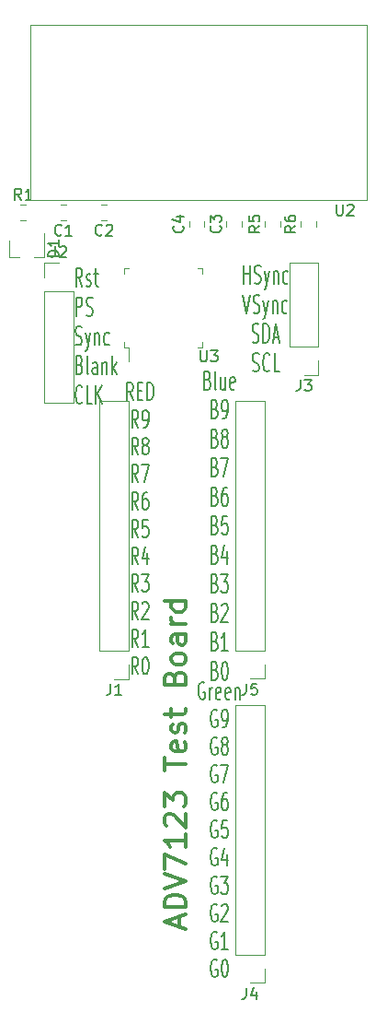
<source format=gbr>
G04 #@! TF.GenerationSoftware,KiCad,Pcbnew,5.1.5*
G04 #@! TF.CreationDate,2020-03-26T20:54:49-05:00*
G04 #@! TF.ProjectId,ADV7123,41445637-3132-4332-9e6b-696361645f70,rev?*
G04 #@! TF.SameCoordinates,Original*
G04 #@! TF.FileFunction,Legend,Top*
G04 #@! TF.FilePolarity,Positive*
%FSLAX46Y46*%
G04 Gerber Fmt 4.6, Leading zero omitted, Abs format (unit mm)*
G04 Created by KiCad (PCBNEW 5.1.5) date 2020-03-26 20:54:49*
%MOMM*%
%LPD*%
G04 APERTURE LIST*
%ADD10C,0.300000*%
%ADD11C,0.150000*%
%ADD12C,0.120000*%
G04 APERTURE END LIST*
D10*
X142133333Y-123000000D02*
X142133333Y-122047619D01*
X142704761Y-123190476D02*
X140704761Y-122523809D01*
X142704761Y-121857142D01*
X142704761Y-121190476D02*
X140704761Y-121190476D01*
X140704761Y-120714285D01*
X140800000Y-120428571D01*
X140990476Y-120238095D01*
X141180952Y-120142857D01*
X141561904Y-120047619D01*
X141847619Y-120047619D01*
X142228571Y-120142857D01*
X142419047Y-120238095D01*
X142609523Y-120428571D01*
X142704761Y-120714285D01*
X142704761Y-121190476D01*
X140704761Y-119476190D02*
X142704761Y-118809523D01*
X140704761Y-118142857D01*
X140704761Y-117666666D02*
X140704761Y-116333333D01*
X142704761Y-117190476D01*
X142704761Y-114523809D02*
X142704761Y-115666666D01*
X142704761Y-115095238D02*
X140704761Y-115095238D01*
X140990476Y-115285714D01*
X141180952Y-115476190D01*
X141276190Y-115666666D01*
X140895238Y-113761904D02*
X140800000Y-113666666D01*
X140704761Y-113476190D01*
X140704761Y-113000000D01*
X140800000Y-112809523D01*
X140895238Y-112714285D01*
X141085714Y-112619047D01*
X141276190Y-112619047D01*
X141561904Y-112714285D01*
X142704761Y-113857142D01*
X142704761Y-112619047D01*
X140704761Y-111952380D02*
X140704761Y-110714285D01*
X141466666Y-111380952D01*
X141466666Y-111095238D01*
X141561904Y-110904761D01*
X141657142Y-110809523D01*
X141847619Y-110714285D01*
X142323809Y-110714285D01*
X142514285Y-110809523D01*
X142609523Y-110904761D01*
X142704761Y-111095238D01*
X142704761Y-111666666D01*
X142609523Y-111857142D01*
X142514285Y-111952380D01*
X140704761Y-108619047D02*
X140704761Y-107476190D01*
X142704761Y-108047619D02*
X140704761Y-108047619D01*
X142609523Y-106047619D02*
X142704761Y-106238095D01*
X142704761Y-106619047D01*
X142609523Y-106809523D01*
X142419047Y-106904761D01*
X141657142Y-106904761D01*
X141466666Y-106809523D01*
X141371428Y-106619047D01*
X141371428Y-106238095D01*
X141466666Y-106047619D01*
X141657142Y-105952380D01*
X141847619Y-105952380D01*
X142038095Y-106904761D01*
X142609523Y-105190476D02*
X142704761Y-105000000D01*
X142704761Y-104619047D01*
X142609523Y-104428571D01*
X142419047Y-104333333D01*
X142323809Y-104333333D01*
X142133333Y-104428571D01*
X142038095Y-104619047D01*
X142038095Y-104904761D01*
X141942857Y-105095238D01*
X141752380Y-105190476D01*
X141657142Y-105190476D01*
X141466666Y-105095238D01*
X141371428Y-104904761D01*
X141371428Y-104619047D01*
X141466666Y-104428571D01*
X141371428Y-103761904D02*
X141371428Y-103000000D01*
X140704761Y-103476190D02*
X142419047Y-103476190D01*
X142609523Y-103380952D01*
X142704761Y-103190476D01*
X142704761Y-103000000D01*
X141657142Y-100142857D02*
X141752380Y-99857142D01*
X141847619Y-99761904D01*
X142038095Y-99666666D01*
X142323809Y-99666666D01*
X142514285Y-99761904D01*
X142609523Y-99857142D01*
X142704761Y-100047619D01*
X142704761Y-100809523D01*
X140704761Y-100809523D01*
X140704761Y-100142857D01*
X140800000Y-99952380D01*
X140895238Y-99857142D01*
X141085714Y-99761904D01*
X141276190Y-99761904D01*
X141466666Y-99857142D01*
X141561904Y-99952380D01*
X141657142Y-100142857D01*
X141657142Y-100809523D01*
X142704761Y-98523809D02*
X142609523Y-98714285D01*
X142514285Y-98809523D01*
X142323809Y-98904761D01*
X141752380Y-98904761D01*
X141561904Y-98809523D01*
X141466666Y-98714285D01*
X141371428Y-98523809D01*
X141371428Y-98238095D01*
X141466666Y-98047619D01*
X141561904Y-97952380D01*
X141752380Y-97857142D01*
X142323809Y-97857142D01*
X142514285Y-97952380D01*
X142609523Y-98047619D01*
X142704761Y-98238095D01*
X142704761Y-98523809D01*
X142704761Y-96142857D02*
X141657142Y-96142857D01*
X141466666Y-96238095D01*
X141371428Y-96428571D01*
X141371428Y-96809523D01*
X141466666Y-97000000D01*
X142609523Y-96142857D02*
X142704761Y-96333333D01*
X142704761Y-96809523D01*
X142609523Y-97000000D01*
X142419047Y-97095238D01*
X142228571Y-97095238D01*
X142038095Y-97000000D01*
X141942857Y-96809523D01*
X141942857Y-96333333D01*
X141847619Y-96142857D01*
X142704761Y-95190476D02*
X141371428Y-95190476D01*
X141752380Y-95190476D02*
X141561904Y-95095238D01*
X141466666Y-95000000D01*
X141371428Y-94809523D01*
X141371428Y-94619047D01*
X142704761Y-93095238D02*
X140704761Y-93095238D01*
X142609523Y-93095238D02*
X142704761Y-93285714D01*
X142704761Y-93666666D01*
X142609523Y-93857142D01*
X142514285Y-93952380D01*
X142323809Y-94047619D01*
X141752380Y-94047619D01*
X141561904Y-93952380D01*
X141466666Y-93857142D01*
X141371428Y-93666666D01*
X141371428Y-93285714D01*
X141466666Y-93095238D01*
D11*
X144417857Y-100575000D02*
X144322619Y-100498809D01*
X144179761Y-100498809D01*
X144036904Y-100575000D01*
X143941666Y-100727380D01*
X143894047Y-100879761D01*
X143846428Y-101184523D01*
X143846428Y-101413095D01*
X143894047Y-101717857D01*
X143941666Y-101870238D01*
X144036904Y-102022619D01*
X144179761Y-102098809D01*
X144275000Y-102098809D01*
X144417857Y-102022619D01*
X144465476Y-101946428D01*
X144465476Y-101413095D01*
X144275000Y-101413095D01*
X144894047Y-102098809D02*
X144894047Y-101032142D01*
X144894047Y-101336904D02*
X144941666Y-101184523D01*
X144989285Y-101108333D01*
X145084523Y-101032142D01*
X145179761Y-101032142D01*
X145894047Y-102022619D02*
X145798809Y-102098809D01*
X145608333Y-102098809D01*
X145513095Y-102022619D01*
X145465476Y-101870238D01*
X145465476Y-101260714D01*
X145513095Y-101108333D01*
X145608333Y-101032142D01*
X145798809Y-101032142D01*
X145894047Y-101108333D01*
X145941666Y-101260714D01*
X145941666Y-101413095D01*
X145465476Y-101565476D01*
X146751190Y-102022619D02*
X146655952Y-102098809D01*
X146465476Y-102098809D01*
X146370238Y-102022619D01*
X146322619Y-101870238D01*
X146322619Y-101260714D01*
X146370238Y-101108333D01*
X146465476Y-101032142D01*
X146655952Y-101032142D01*
X146751190Y-101108333D01*
X146798809Y-101260714D01*
X146798809Y-101413095D01*
X146322619Y-101565476D01*
X147227380Y-101032142D02*
X147227380Y-102098809D01*
X147227380Y-101184523D02*
X147275000Y-101108333D01*
X147370238Y-101032142D01*
X147513095Y-101032142D01*
X147608333Y-101108333D01*
X147655952Y-101260714D01*
X147655952Y-102098809D01*
X145560714Y-103125000D02*
X145465476Y-103048809D01*
X145322619Y-103048809D01*
X145179761Y-103125000D01*
X145084523Y-103277380D01*
X145036904Y-103429761D01*
X144989285Y-103734523D01*
X144989285Y-103963095D01*
X145036904Y-104267857D01*
X145084523Y-104420238D01*
X145179761Y-104572619D01*
X145322619Y-104648809D01*
X145417857Y-104648809D01*
X145560714Y-104572619D01*
X145608333Y-104496428D01*
X145608333Y-103963095D01*
X145417857Y-103963095D01*
X146084523Y-104648809D02*
X146275000Y-104648809D01*
X146370238Y-104572619D01*
X146417857Y-104496428D01*
X146513095Y-104267857D01*
X146560714Y-103963095D01*
X146560714Y-103353571D01*
X146513095Y-103201190D01*
X146465476Y-103125000D01*
X146370238Y-103048809D01*
X146179761Y-103048809D01*
X146084523Y-103125000D01*
X146036904Y-103201190D01*
X145989285Y-103353571D01*
X145989285Y-103734523D01*
X146036904Y-103886904D01*
X146084523Y-103963095D01*
X146179761Y-104039285D01*
X146370238Y-104039285D01*
X146465476Y-103963095D01*
X146513095Y-103886904D01*
X146560714Y-103734523D01*
X145560714Y-105675000D02*
X145465476Y-105598809D01*
X145322619Y-105598809D01*
X145179761Y-105675000D01*
X145084523Y-105827380D01*
X145036904Y-105979761D01*
X144989285Y-106284523D01*
X144989285Y-106513095D01*
X145036904Y-106817857D01*
X145084523Y-106970238D01*
X145179761Y-107122619D01*
X145322619Y-107198809D01*
X145417857Y-107198809D01*
X145560714Y-107122619D01*
X145608333Y-107046428D01*
X145608333Y-106513095D01*
X145417857Y-106513095D01*
X146179761Y-106284523D02*
X146084523Y-106208333D01*
X146036904Y-106132142D01*
X145989285Y-105979761D01*
X145989285Y-105903571D01*
X146036904Y-105751190D01*
X146084523Y-105675000D01*
X146179761Y-105598809D01*
X146370238Y-105598809D01*
X146465476Y-105675000D01*
X146513095Y-105751190D01*
X146560714Y-105903571D01*
X146560714Y-105979761D01*
X146513095Y-106132142D01*
X146465476Y-106208333D01*
X146370238Y-106284523D01*
X146179761Y-106284523D01*
X146084523Y-106360714D01*
X146036904Y-106436904D01*
X145989285Y-106589285D01*
X145989285Y-106894047D01*
X146036904Y-107046428D01*
X146084523Y-107122619D01*
X146179761Y-107198809D01*
X146370238Y-107198809D01*
X146465476Y-107122619D01*
X146513095Y-107046428D01*
X146560714Y-106894047D01*
X146560714Y-106589285D01*
X146513095Y-106436904D01*
X146465476Y-106360714D01*
X146370238Y-106284523D01*
X145560714Y-108225000D02*
X145465476Y-108148809D01*
X145322619Y-108148809D01*
X145179761Y-108225000D01*
X145084523Y-108377380D01*
X145036904Y-108529761D01*
X144989285Y-108834523D01*
X144989285Y-109063095D01*
X145036904Y-109367857D01*
X145084523Y-109520238D01*
X145179761Y-109672619D01*
X145322619Y-109748809D01*
X145417857Y-109748809D01*
X145560714Y-109672619D01*
X145608333Y-109596428D01*
X145608333Y-109063095D01*
X145417857Y-109063095D01*
X145941666Y-108148809D02*
X146608333Y-108148809D01*
X146179761Y-109748809D01*
X145560714Y-110775000D02*
X145465476Y-110698809D01*
X145322619Y-110698809D01*
X145179761Y-110775000D01*
X145084523Y-110927380D01*
X145036904Y-111079761D01*
X144989285Y-111384523D01*
X144989285Y-111613095D01*
X145036904Y-111917857D01*
X145084523Y-112070238D01*
X145179761Y-112222619D01*
X145322619Y-112298809D01*
X145417857Y-112298809D01*
X145560714Y-112222619D01*
X145608333Y-112146428D01*
X145608333Y-111613095D01*
X145417857Y-111613095D01*
X146465476Y-110698809D02*
X146275000Y-110698809D01*
X146179761Y-110775000D01*
X146132142Y-110851190D01*
X146036904Y-111079761D01*
X145989285Y-111384523D01*
X145989285Y-111994047D01*
X146036904Y-112146428D01*
X146084523Y-112222619D01*
X146179761Y-112298809D01*
X146370238Y-112298809D01*
X146465476Y-112222619D01*
X146513095Y-112146428D01*
X146560714Y-111994047D01*
X146560714Y-111613095D01*
X146513095Y-111460714D01*
X146465476Y-111384523D01*
X146370238Y-111308333D01*
X146179761Y-111308333D01*
X146084523Y-111384523D01*
X146036904Y-111460714D01*
X145989285Y-111613095D01*
X145560714Y-113325000D02*
X145465476Y-113248809D01*
X145322619Y-113248809D01*
X145179761Y-113325000D01*
X145084523Y-113477380D01*
X145036904Y-113629761D01*
X144989285Y-113934523D01*
X144989285Y-114163095D01*
X145036904Y-114467857D01*
X145084523Y-114620238D01*
X145179761Y-114772619D01*
X145322619Y-114848809D01*
X145417857Y-114848809D01*
X145560714Y-114772619D01*
X145608333Y-114696428D01*
X145608333Y-114163095D01*
X145417857Y-114163095D01*
X146513095Y-113248809D02*
X146036904Y-113248809D01*
X145989285Y-114010714D01*
X146036904Y-113934523D01*
X146132142Y-113858333D01*
X146370238Y-113858333D01*
X146465476Y-113934523D01*
X146513095Y-114010714D01*
X146560714Y-114163095D01*
X146560714Y-114544047D01*
X146513095Y-114696428D01*
X146465476Y-114772619D01*
X146370238Y-114848809D01*
X146132142Y-114848809D01*
X146036904Y-114772619D01*
X145989285Y-114696428D01*
X145560714Y-115875000D02*
X145465476Y-115798809D01*
X145322619Y-115798809D01*
X145179761Y-115875000D01*
X145084523Y-116027380D01*
X145036904Y-116179761D01*
X144989285Y-116484523D01*
X144989285Y-116713095D01*
X145036904Y-117017857D01*
X145084523Y-117170238D01*
X145179761Y-117322619D01*
X145322619Y-117398809D01*
X145417857Y-117398809D01*
X145560714Y-117322619D01*
X145608333Y-117246428D01*
X145608333Y-116713095D01*
X145417857Y-116713095D01*
X146465476Y-116332142D02*
X146465476Y-117398809D01*
X146227380Y-115722619D02*
X145989285Y-116865476D01*
X146608333Y-116865476D01*
X145560714Y-118425000D02*
X145465476Y-118348809D01*
X145322619Y-118348809D01*
X145179761Y-118425000D01*
X145084523Y-118577380D01*
X145036904Y-118729761D01*
X144989285Y-119034523D01*
X144989285Y-119263095D01*
X145036904Y-119567857D01*
X145084523Y-119720238D01*
X145179761Y-119872619D01*
X145322619Y-119948809D01*
X145417857Y-119948809D01*
X145560714Y-119872619D01*
X145608333Y-119796428D01*
X145608333Y-119263095D01*
X145417857Y-119263095D01*
X145941666Y-118348809D02*
X146560714Y-118348809D01*
X146227380Y-118958333D01*
X146370238Y-118958333D01*
X146465476Y-119034523D01*
X146513095Y-119110714D01*
X146560714Y-119263095D01*
X146560714Y-119644047D01*
X146513095Y-119796428D01*
X146465476Y-119872619D01*
X146370238Y-119948809D01*
X146084523Y-119948809D01*
X145989285Y-119872619D01*
X145941666Y-119796428D01*
X145560714Y-120975000D02*
X145465476Y-120898809D01*
X145322619Y-120898809D01*
X145179761Y-120975000D01*
X145084523Y-121127380D01*
X145036904Y-121279761D01*
X144989285Y-121584523D01*
X144989285Y-121813095D01*
X145036904Y-122117857D01*
X145084523Y-122270238D01*
X145179761Y-122422619D01*
X145322619Y-122498809D01*
X145417857Y-122498809D01*
X145560714Y-122422619D01*
X145608333Y-122346428D01*
X145608333Y-121813095D01*
X145417857Y-121813095D01*
X145989285Y-121051190D02*
X146036904Y-120975000D01*
X146132142Y-120898809D01*
X146370238Y-120898809D01*
X146465476Y-120975000D01*
X146513095Y-121051190D01*
X146560714Y-121203571D01*
X146560714Y-121355952D01*
X146513095Y-121584523D01*
X145941666Y-122498809D01*
X146560714Y-122498809D01*
X145560714Y-123525000D02*
X145465476Y-123448809D01*
X145322619Y-123448809D01*
X145179761Y-123525000D01*
X145084523Y-123677380D01*
X145036904Y-123829761D01*
X144989285Y-124134523D01*
X144989285Y-124363095D01*
X145036904Y-124667857D01*
X145084523Y-124820238D01*
X145179761Y-124972619D01*
X145322619Y-125048809D01*
X145417857Y-125048809D01*
X145560714Y-124972619D01*
X145608333Y-124896428D01*
X145608333Y-124363095D01*
X145417857Y-124363095D01*
X146560714Y-125048809D02*
X145989285Y-125048809D01*
X146275000Y-125048809D02*
X146275000Y-123448809D01*
X146179761Y-123677380D01*
X146084523Y-123829761D01*
X145989285Y-123905952D01*
X145560714Y-126075000D02*
X145465476Y-125998809D01*
X145322619Y-125998809D01*
X145179761Y-126075000D01*
X145084523Y-126227380D01*
X145036904Y-126379761D01*
X144989285Y-126684523D01*
X144989285Y-126913095D01*
X145036904Y-127217857D01*
X145084523Y-127370238D01*
X145179761Y-127522619D01*
X145322619Y-127598809D01*
X145417857Y-127598809D01*
X145560714Y-127522619D01*
X145608333Y-127446428D01*
X145608333Y-126913095D01*
X145417857Y-126913095D01*
X146227380Y-125998809D02*
X146322619Y-125998809D01*
X146417857Y-126075000D01*
X146465476Y-126151190D01*
X146513095Y-126303571D01*
X146560714Y-126608333D01*
X146560714Y-126989285D01*
X146513095Y-127294047D01*
X146465476Y-127446428D01*
X146417857Y-127522619D01*
X146322619Y-127598809D01*
X146227380Y-127598809D01*
X146132142Y-127522619D01*
X146084523Y-127446428D01*
X146036904Y-127294047D01*
X145989285Y-126989285D01*
X145989285Y-126608333D01*
X146036904Y-126303571D01*
X146084523Y-126151190D01*
X146132142Y-126075000D01*
X146227380Y-125998809D01*
X144703571Y-72755000D02*
X144846428Y-72835000D01*
X144894047Y-72915000D01*
X144941666Y-73075000D01*
X144941666Y-73315000D01*
X144894047Y-73475000D01*
X144846428Y-73555000D01*
X144751190Y-73635000D01*
X144370238Y-73635000D01*
X144370238Y-71955000D01*
X144703571Y-71955000D01*
X144798809Y-72035000D01*
X144846428Y-72115000D01*
X144894047Y-72275000D01*
X144894047Y-72435000D01*
X144846428Y-72595000D01*
X144798809Y-72675000D01*
X144703571Y-72755000D01*
X144370238Y-72755000D01*
X145513095Y-73635000D02*
X145417857Y-73555000D01*
X145370238Y-73395000D01*
X145370238Y-71955000D01*
X146322619Y-72515000D02*
X146322619Y-73635000D01*
X145894047Y-72515000D02*
X145894047Y-73395000D01*
X145941666Y-73555000D01*
X146036904Y-73635000D01*
X146179761Y-73635000D01*
X146275000Y-73555000D01*
X146322619Y-73475000D01*
X147179761Y-73555000D02*
X147084523Y-73635000D01*
X146894047Y-73635000D01*
X146798809Y-73555000D01*
X146751190Y-73395000D01*
X146751190Y-72755000D01*
X146798809Y-72595000D01*
X146894047Y-72515000D01*
X147084523Y-72515000D01*
X147179761Y-72595000D01*
X147227380Y-72755000D01*
X147227380Y-72915000D01*
X146751190Y-73075000D01*
X145370238Y-75425000D02*
X145513095Y-75505000D01*
X145560714Y-75585000D01*
X145608333Y-75745000D01*
X145608333Y-75985000D01*
X145560714Y-76145000D01*
X145513095Y-76225000D01*
X145417857Y-76305000D01*
X145036904Y-76305000D01*
X145036904Y-74625000D01*
X145370238Y-74625000D01*
X145465476Y-74705000D01*
X145513095Y-74785000D01*
X145560714Y-74945000D01*
X145560714Y-75105000D01*
X145513095Y-75265000D01*
X145465476Y-75345000D01*
X145370238Y-75425000D01*
X145036904Y-75425000D01*
X146084523Y-76305000D02*
X146275000Y-76305000D01*
X146370238Y-76225000D01*
X146417857Y-76145000D01*
X146513095Y-75905000D01*
X146560714Y-75585000D01*
X146560714Y-74945000D01*
X146513095Y-74785000D01*
X146465476Y-74705000D01*
X146370238Y-74625000D01*
X146179761Y-74625000D01*
X146084523Y-74705000D01*
X146036904Y-74785000D01*
X145989285Y-74945000D01*
X145989285Y-75345000D01*
X146036904Y-75505000D01*
X146084523Y-75585000D01*
X146179761Y-75665000D01*
X146370238Y-75665000D01*
X146465476Y-75585000D01*
X146513095Y-75505000D01*
X146560714Y-75345000D01*
X145370238Y-78095000D02*
X145513095Y-78175000D01*
X145560714Y-78255000D01*
X145608333Y-78415000D01*
X145608333Y-78655000D01*
X145560714Y-78815000D01*
X145513095Y-78895000D01*
X145417857Y-78975000D01*
X145036904Y-78975000D01*
X145036904Y-77295000D01*
X145370238Y-77295000D01*
X145465476Y-77375000D01*
X145513095Y-77455000D01*
X145560714Y-77615000D01*
X145560714Y-77775000D01*
X145513095Y-77935000D01*
X145465476Y-78015000D01*
X145370238Y-78095000D01*
X145036904Y-78095000D01*
X146179761Y-78015000D02*
X146084523Y-77935000D01*
X146036904Y-77855000D01*
X145989285Y-77695000D01*
X145989285Y-77615000D01*
X146036904Y-77455000D01*
X146084523Y-77375000D01*
X146179761Y-77295000D01*
X146370238Y-77295000D01*
X146465476Y-77375000D01*
X146513095Y-77455000D01*
X146560714Y-77615000D01*
X146560714Y-77695000D01*
X146513095Y-77855000D01*
X146465476Y-77935000D01*
X146370238Y-78015000D01*
X146179761Y-78015000D01*
X146084523Y-78095000D01*
X146036904Y-78175000D01*
X145989285Y-78335000D01*
X145989285Y-78655000D01*
X146036904Y-78815000D01*
X146084523Y-78895000D01*
X146179761Y-78975000D01*
X146370238Y-78975000D01*
X146465476Y-78895000D01*
X146513095Y-78815000D01*
X146560714Y-78655000D01*
X146560714Y-78335000D01*
X146513095Y-78175000D01*
X146465476Y-78095000D01*
X146370238Y-78015000D01*
X145370238Y-80765000D02*
X145513095Y-80845000D01*
X145560714Y-80925000D01*
X145608333Y-81085000D01*
X145608333Y-81325000D01*
X145560714Y-81485000D01*
X145513095Y-81565000D01*
X145417857Y-81645000D01*
X145036904Y-81645000D01*
X145036904Y-79965000D01*
X145370238Y-79965000D01*
X145465476Y-80045000D01*
X145513095Y-80125000D01*
X145560714Y-80285000D01*
X145560714Y-80445000D01*
X145513095Y-80605000D01*
X145465476Y-80685000D01*
X145370238Y-80765000D01*
X145036904Y-80765000D01*
X145941666Y-79965000D02*
X146608333Y-79965000D01*
X146179761Y-81645000D01*
X145370238Y-83435000D02*
X145513095Y-83515000D01*
X145560714Y-83595000D01*
X145608333Y-83755000D01*
X145608333Y-83995000D01*
X145560714Y-84155000D01*
X145513095Y-84235000D01*
X145417857Y-84315000D01*
X145036904Y-84315000D01*
X145036904Y-82635000D01*
X145370238Y-82635000D01*
X145465476Y-82715000D01*
X145513095Y-82795000D01*
X145560714Y-82955000D01*
X145560714Y-83115000D01*
X145513095Y-83275000D01*
X145465476Y-83355000D01*
X145370238Y-83435000D01*
X145036904Y-83435000D01*
X146465476Y-82635000D02*
X146275000Y-82635000D01*
X146179761Y-82715000D01*
X146132142Y-82795000D01*
X146036904Y-83035000D01*
X145989285Y-83355000D01*
X145989285Y-83995000D01*
X146036904Y-84155000D01*
X146084523Y-84235000D01*
X146179761Y-84315000D01*
X146370238Y-84315000D01*
X146465476Y-84235000D01*
X146513095Y-84155000D01*
X146560714Y-83995000D01*
X146560714Y-83595000D01*
X146513095Y-83435000D01*
X146465476Y-83355000D01*
X146370238Y-83275000D01*
X146179761Y-83275000D01*
X146084523Y-83355000D01*
X146036904Y-83435000D01*
X145989285Y-83595000D01*
X145370238Y-86105000D02*
X145513095Y-86185000D01*
X145560714Y-86265000D01*
X145608333Y-86425000D01*
X145608333Y-86665000D01*
X145560714Y-86825000D01*
X145513095Y-86905000D01*
X145417857Y-86985000D01*
X145036904Y-86985000D01*
X145036904Y-85305000D01*
X145370238Y-85305000D01*
X145465476Y-85385000D01*
X145513095Y-85465000D01*
X145560714Y-85625000D01*
X145560714Y-85785000D01*
X145513095Y-85945000D01*
X145465476Y-86025000D01*
X145370238Y-86105000D01*
X145036904Y-86105000D01*
X146513095Y-85305000D02*
X146036904Y-85305000D01*
X145989285Y-86105000D01*
X146036904Y-86025000D01*
X146132142Y-85945000D01*
X146370238Y-85945000D01*
X146465476Y-86025000D01*
X146513095Y-86105000D01*
X146560714Y-86265000D01*
X146560714Y-86665000D01*
X146513095Y-86825000D01*
X146465476Y-86905000D01*
X146370238Y-86985000D01*
X146132142Y-86985000D01*
X146036904Y-86905000D01*
X145989285Y-86825000D01*
X145370238Y-88775000D02*
X145513095Y-88855000D01*
X145560714Y-88935000D01*
X145608333Y-89095000D01*
X145608333Y-89335000D01*
X145560714Y-89495000D01*
X145513095Y-89575000D01*
X145417857Y-89655000D01*
X145036904Y-89655000D01*
X145036904Y-87975000D01*
X145370238Y-87975000D01*
X145465476Y-88055000D01*
X145513095Y-88135000D01*
X145560714Y-88295000D01*
X145560714Y-88455000D01*
X145513095Y-88615000D01*
X145465476Y-88695000D01*
X145370238Y-88775000D01*
X145036904Y-88775000D01*
X146465476Y-88535000D02*
X146465476Y-89655000D01*
X146227380Y-87895000D02*
X145989285Y-89095000D01*
X146608333Y-89095000D01*
X145370238Y-91445000D02*
X145513095Y-91525000D01*
X145560714Y-91605000D01*
X145608333Y-91765000D01*
X145608333Y-92005000D01*
X145560714Y-92165000D01*
X145513095Y-92245000D01*
X145417857Y-92325000D01*
X145036904Y-92325000D01*
X145036904Y-90645000D01*
X145370238Y-90645000D01*
X145465476Y-90725000D01*
X145513095Y-90805000D01*
X145560714Y-90965000D01*
X145560714Y-91125000D01*
X145513095Y-91285000D01*
X145465476Y-91365000D01*
X145370238Y-91445000D01*
X145036904Y-91445000D01*
X145941666Y-90645000D02*
X146560714Y-90645000D01*
X146227380Y-91285000D01*
X146370238Y-91285000D01*
X146465476Y-91365000D01*
X146513095Y-91445000D01*
X146560714Y-91605000D01*
X146560714Y-92005000D01*
X146513095Y-92165000D01*
X146465476Y-92245000D01*
X146370238Y-92325000D01*
X146084523Y-92325000D01*
X145989285Y-92245000D01*
X145941666Y-92165000D01*
X145370238Y-94115000D02*
X145513095Y-94195000D01*
X145560714Y-94275000D01*
X145608333Y-94435000D01*
X145608333Y-94675000D01*
X145560714Y-94835000D01*
X145513095Y-94915000D01*
X145417857Y-94995000D01*
X145036904Y-94995000D01*
X145036904Y-93315000D01*
X145370238Y-93315000D01*
X145465476Y-93395000D01*
X145513095Y-93475000D01*
X145560714Y-93635000D01*
X145560714Y-93795000D01*
X145513095Y-93955000D01*
X145465476Y-94035000D01*
X145370238Y-94115000D01*
X145036904Y-94115000D01*
X145989285Y-93475000D02*
X146036904Y-93395000D01*
X146132142Y-93315000D01*
X146370238Y-93315000D01*
X146465476Y-93395000D01*
X146513095Y-93475000D01*
X146560714Y-93635000D01*
X146560714Y-93795000D01*
X146513095Y-94035000D01*
X145941666Y-94995000D01*
X146560714Y-94995000D01*
X145370238Y-96785000D02*
X145513095Y-96865000D01*
X145560714Y-96945000D01*
X145608333Y-97105000D01*
X145608333Y-97345000D01*
X145560714Y-97505000D01*
X145513095Y-97585000D01*
X145417857Y-97665000D01*
X145036904Y-97665000D01*
X145036904Y-95985000D01*
X145370238Y-95985000D01*
X145465476Y-96065000D01*
X145513095Y-96145000D01*
X145560714Y-96305000D01*
X145560714Y-96465000D01*
X145513095Y-96625000D01*
X145465476Y-96705000D01*
X145370238Y-96785000D01*
X145036904Y-96785000D01*
X146560714Y-97665000D02*
X145989285Y-97665000D01*
X146275000Y-97665000D02*
X146275000Y-95985000D01*
X146179761Y-96225000D01*
X146084523Y-96385000D01*
X145989285Y-96465000D01*
X145370238Y-99455000D02*
X145513095Y-99535000D01*
X145560714Y-99615000D01*
X145608333Y-99775000D01*
X145608333Y-100015000D01*
X145560714Y-100175000D01*
X145513095Y-100255000D01*
X145417857Y-100335000D01*
X145036904Y-100335000D01*
X145036904Y-98655000D01*
X145370238Y-98655000D01*
X145465476Y-98735000D01*
X145513095Y-98815000D01*
X145560714Y-98975000D01*
X145560714Y-99135000D01*
X145513095Y-99295000D01*
X145465476Y-99375000D01*
X145370238Y-99455000D01*
X145036904Y-99455000D01*
X146227380Y-98655000D02*
X146322619Y-98655000D01*
X146417857Y-98735000D01*
X146465476Y-98815000D01*
X146513095Y-98975000D01*
X146560714Y-99295000D01*
X146560714Y-99695000D01*
X146513095Y-100015000D01*
X146465476Y-100175000D01*
X146417857Y-100255000D01*
X146322619Y-100335000D01*
X146227380Y-100335000D01*
X146132142Y-100255000D01*
X146084523Y-100175000D01*
X146036904Y-100015000D01*
X145989285Y-99695000D01*
X145989285Y-99295000D01*
X146036904Y-98975000D01*
X146084523Y-98815000D01*
X146132142Y-98735000D01*
X146227380Y-98655000D01*
X137832142Y-74589761D02*
X137498809Y-73837380D01*
X137260714Y-74589761D02*
X137260714Y-73009761D01*
X137641666Y-73009761D01*
X137736904Y-73085000D01*
X137784523Y-73160238D01*
X137832142Y-73310714D01*
X137832142Y-73536428D01*
X137784523Y-73686904D01*
X137736904Y-73762142D01*
X137641666Y-73837380D01*
X137260714Y-73837380D01*
X138260714Y-73762142D02*
X138594047Y-73762142D01*
X138736904Y-74589761D02*
X138260714Y-74589761D01*
X138260714Y-73009761D01*
X138736904Y-73009761D01*
X139165476Y-74589761D02*
X139165476Y-73009761D01*
X139403571Y-73009761D01*
X139546428Y-73085000D01*
X139641666Y-73235476D01*
X139689285Y-73385952D01*
X139736904Y-73686904D01*
X139736904Y-73912619D01*
X139689285Y-74213571D01*
X139641666Y-74364047D01*
X139546428Y-74514523D01*
X139403571Y-74589761D01*
X139165476Y-74589761D01*
X138308333Y-77109761D02*
X137975000Y-76357380D01*
X137736904Y-77109761D02*
X137736904Y-75529761D01*
X138117857Y-75529761D01*
X138213095Y-75605000D01*
X138260714Y-75680238D01*
X138308333Y-75830714D01*
X138308333Y-76056428D01*
X138260714Y-76206904D01*
X138213095Y-76282142D01*
X138117857Y-76357380D01*
X137736904Y-76357380D01*
X138784523Y-77109761D02*
X138975000Y-77109761D01*
X139070238Y-77034523D01*
X139117857Y-76959285D01*
X139213095Y-76733571D01*
X139260714Y-76432619D01*
X139260714Y-75830714D01*
X139213095Y-75680238D01*
X139165476Y-75605000D01*
X139070238Y-75529761D01*
X138879761Y-75529761D01*
X138784523Y-75605000D01*
X138736904Y-75680238D01*
X138689285Y-75830714D01*
X138689285Y-76206904D01*
X138736904Y-76357380D01*
X138784523Y-76432619D01*
X138879761Y-76507857D01*
X139070238Y-76507857D01*
X139165476Y-76432619D01*
X139213095Y-76357380D01*
X139260714Y-76206904D01*
X138308333Y-79629761D02*
X137975000Y-78877380D01*
X137736904Y-79629761D02*
X137736904Y-78049761D01*
X138117857Y-78049761D01*
X138213095Y-78125000D01*
X138260714Y-78200238D01*
X138308333Y-78350714D01*
X138308333Y-78576428D01*
X138260714Y-78726904D01*
X138213095Y-78802142D01*
X138117857Y-78877380D01*
X137736904Y-78877380D01*
X138879761Y-78726904D02*
X138784523Y-78651666D01*
X138736904Y-78576428D01*
X138689285Y-78425952D01*
X138689285Y-78350714D01*
X138736904Y-78200238D01*
X138784523Y-78125000D01*
X138879761Y-78049761D01*
X139070238Y-78049761D01*
X139165476Y-78125000D01*
X139213095Y-78200238D01*
X139260714Y-78350714D01*
X139260714Y-78425952D01*
X139213095Y-78576428D01*
X139165476Y-78651666D01*
X139070238Y-78726904D01*
X138879761Y-78726904D01*
X138784523Y-78802142D01*
X138736904Y-78877380D01*
X138689285Y-79027857D01*
X138689285Y-79328809D01*
X138736904Y-79479285D01*
X138784523Y-79554523D01*
X138879761Y-79629761D01*
X139070238Y-79629761D01*
X139165476Y-79554523D01*
X139213095Y-79479285D01*
X139260714Y-79328809D01*
X139260714Y-79027857D01*
X139213095Y-78877380D01*
X139165476Y-78802142D01*
X139070238Y-78726904D01*
X138308333Y-82149761D02*
X137975000Y-81397380D01*
X137736904Y-82149761D02*
X137736904Y-80569761D01*
X138117857Y-80569761D01*
X138213095Y-80645000D01*
X138260714Y-80720238D01*
X138308333Y-80870714D01*
X138308333Y-81096428D01*
X138260714Y-81246904D01*
X138213095Y-81322142D01*
X138117857Y-81397380D01*
X137736904Y-81397380D01*
X138641666Y-80569761D02*
X139308333Y-80569761D01*
X138879761Y-82149761D01*
X138308333Y-84669761D02*
X137975000Y-83917380D01*
X137736904Y-84669761D02*
X137736904Y-83089761D01*
X138117857Y-83089761D01*
X138213095Y-83165000D01*
X138260714Y-83240238D01*
X138308333Y-83390714D01*
X138308333Y-83616428D01*
X138260714Y-83766904D01*
X138213095Y-83842142D01*
X138117857Y-83917380D01*
X137736904Y-83917380D01*
X139165476Y-83089761D02*
X138975000Y-83089761D01*
X138879761Y-83165000D01*
X138832142Y-83240238D01*
X138736904Y-83465952D01*
X138689285Y-83766904D01*
X138689285Y-84368809D01*
X138736904Y-84519285D01*
X138784523Y-84594523D01*
X138879761Y-84669761D01*
X139070238Y-84669761D01*
X139165476Y-84594523D01*
X139213095Y-84519285D01*
X139260714Y-84368809D01*
X139260714Y-83992619D01*
X139213095Y-83842142D01*
X139165476Y-83766904D01*
X139070238Y-83691666D01*
X138879761Y-83691666D01*
X138784523Y-83766904D01*
X138736904Y-83842142D01*
X138689285Y-83992619D01*
X138308333Y-87189761D02*
X137975000Y-86437380D01*
X137736904Y-87189761D02*
X137736904Y-85609761D01*
X138117857Y-85609761D01*
X138213095Y-85685000D01*
X138260714Y-85760238D01*
X138308333Y-85910714D01*
X138308333Y-86136428D01*
X138260714Y-86286904D01*
X138213095Y-86362142D01*
X138117857Y-86437380D01*
X137736904Y-86437380D01*
X139213095Y-85609761D02*
X138736904Y-85609761D01*
X138689285Y-86362142D01*
X138736904Y-86286904D01*
X138832142Y-86211666D01*
X139070238Y-86211666D01*
X139165476Y-86286904D01*
X139213095Y-86362142D01*
X139260714Y-86512619D01*
X139260714Y-86888809D01*
X139213095Y-87039285D01*
X139165476Y-87114523D01*
X139070238Y-87189761D01*
X138832142Y-87189761D01*
X138736904Y-87114523D01*
X138689285Y-87039285D01*
X138308333Y-89709761D02*
X137975000Y-88957380D01*
X137736904Y-89709761D02*
X137736904Y-88129761D01*
X138117857Y-88129761D01*
X138213095Y-88205000D01*
X138260714Y-88280238D01*
X138308333Y-88430714D01*
X138308333Y-88656428D01*
X138260714Y-88806904D01*
X138213095Y-88882142D01*
X138117857Y-88957380D01*
X137736904Y-88957380D01*
X139165476Y-88656428D02*
X139165476Y-89709761D01*
X138927380Y-88054523D02*
X138689285Y-89183095D01*
X139308333Y-89183095D01*
X138308333Y-92229761D02*
X137975000Y-91477380D01*
X137736904Y-92229761D02*
X137736904Y-90649761D01*
X138117857Y-90649761D01*
X138213095Y-90725000D01*
X138260714Y-90800238D01*
X138308333Y-90950714D01*
X138308333Y-91176428D01*
X138260714Y-91326904D01*
X138213095Y-91402142D01*
X138117857Y-91477380D01*
X137736904Y-91477380D01*
X138641666Y-90649761D02*
X139260714Y-90649761D01*
X138927380Y-91251666D01*
X139070238Y-91251666D01*
X139165476Y-91326904D01*
X139213095Y-91402142D01*
X139260714Y-91552619D01*
X139260714Y-91928809D01*
X139213095Y-92079285D01*
X139165476Y-92154523D01*
X139070238Y-92229761D01*
X138784523Y-92229761D01*
X138689285Y-92154523D01*
X138641666Y-92079285D01*
X138308333Y-94749761D02*
X137975000Y-93997380D01*
X137736904Y-94749761D02*
X137736904Y-93169761D01*
X138117857Y-93169761D01*
X138213095Y-93245000D01*
X138260714Y-93320238D01*
X138308333Y-93470714D01*
X138308333Y-93696428D01*
X138260714Y-93846904D01*
X138213095Y-93922142D01*
X138117857Y-93997380D01*
X137736904Y-93997380D01*
X138689285Y-93320238D02*
X138736904Y-93245000D01*
X138832142Y-93169761D01*
X139070238Y-93169761D01*
X139165476Y-93245000D01*
X139213095Y-93320238D01*
X139260714Y-93470714D01*
X139260714Y-93621190D01*
X139213095Y-93846904D01*
X138641666Y-94749761D01*
X139260714Y-94749761D01*
X138308333Y-97269761D02*
X137975000Y-96517380D01*
X137736904Y-97269761D02*
X137736904Y-95689761D01*
X138117857Y-95689761D01*
X138213095Y-95765000D01*
X138260714Y-95840238D01*
X138308333Y-95990714D01*
X138308333Y-96216428D01*
X138260714Y-96366904D01*
X138213095Y-96442142D01*
X138117857Y-96517380D01*
X137736904Y-96517380D01*
X139260714Y-97269761D02*
X138689285Y-97269761D01*
X138975000Y-97269761D02*
X138975000Y-95689761D01*
X138879761Y-95915476D01*
X138784523Y-96065952D01*
X138689285Y-96141190D01*
X138308333Y-99789761D02*
X137975000Y-99037380D01*
X137736904Y-99789761D02*
X137736904Y-98209761D01*
X138117857Y-98209761D01*
X138213095Y-98285000D01*
X138260714Y-98360238D01*
X138308333Y-98510714D01*
X138308333Y-98736428D01*
X138260714Y-98886904D01*
X138213095Y-98962142D01*
X138117857Y-99037380D01*
X137736904Y-99037380D01*
X138927380Y-98209761D02*
X139022619Y-98209761D01*
X139117857Y-98285000D01*
X139165476Y-98360238D01*
X139213095Y-98510714D01*
X139260714Y-98811666D01*
X139260714Y-99187857D01*
X139213095Y-99488809D01*
X139165476Y-99639285D01*
X139117857Y-99714523D01*
X139022619Y-99789761D01*
X138927380Y-99789761D01*
X138832142Y-99714523D01*
X138784523Y-99639285D01*
X138736904Y-99488809D01*
X138689285Y-99187857D01*
X138689285Y-98811666D01*
X138736904Y-98510714D01*
X138784523Y-98360238D01*
X138832142Y-98285000D01*
X138927380Y-98209761D01*
X133157023Y-64169047D02*
X132823690Y-63359523D01*
X132585595Y-64169047D02*
X132585595Y-62469047D01*
X132966547Y-62469047D01*
X133061785Y-62550000D01*
X133109404Y-62630952D01*
X133157023Y-62792857D01*
X133157023Y-63035714D01*
X133109404Y-63197619D01*
X133061785Y-63278571D01*
X132966547Y-63359523D01*
X132585595Y-63359523D01*
X133537976Y-64088095D02*
X133633214Y-64169047D01*
X133823690Y-64169047D01*
X133918928Y-64088095D01*
X133966547Y-63926190D01*
X133966547Y-63845238D01*
X133918928Y-63683333D01*
X133823690Y-63602380D01*
X133680833Y-63602380D01*
X133585595Y-63521428D01*
X133537976Y-63359523D01*
X133537976Y-63278571D01*
X133585595Y-63116666D01*
X133680833Y-63035714D01*
X133823690Y-63035714D01*
X133918928Y-63116666D01*
X134252261Y-63035714D02*
X134633214Y-63035714D01*
X134395119Y-62469047D02*
X134395119Y-63926190D01*
X134442738Y-64088095D01*
X134537976Y-64169047D01*
X134633214Y-64169047D01*
X132585595Y-66869047D02*
X132585595Y-65169047D01*
X132966547Y-65169047D01*
X133061785Y-65250000D01*
X133109404Y-65330952D01*
X133157023Y-65492857D01*
X133157023Y-65735714D01*
X133109404Y-65897619D01*
X133061785Y-65978571D01*
X132966547Y-66059523D01*
X132585595Y-66059523D01*
X133537976Y-66788095D02*
X133680833Y-66869047D01*
X133918928Y-66869047D01*
X134014166Y-66788095D01*
X134061785Y-66707142D01*
X134109404Y-66545238D01*
X134109404Y-66383333D01*
X134061785Y-66221428D01*
X134014166Y-66140476D01*
X133918928Y-66059523D01*
X133728452Y-65978571D01*
X133633214Y-65897619D01*
X133585595Y-65816666D01*
X133537976Y-65654761D01*
X133537976Y-65492857D01*
X133585595Y-65330952D01*
X133633214Y-65250000D01*
X133728452Y-65169047D01*
X133966547Y-65169047D01*
X134109404Y-65250000D01*
X132537976Y-69488095D02*
X132680833Y-69569047D01*
X132918928Y-69569047D01*
X133014166Y-69488095D01*
X133061785Y-69407142D01*
X133109404Y-69245238D01*
X133109404Y-69083333D01*
X133061785Y-68921428D01*
X133014166Y-68840476D01*
X132918928Y-68759523D01*
X132728452Y-68678571D01*
X132633214Y-68597619D01*
X132585595Y-68516666D01*
X132537976Y-68354761D01*
X132537976Y-68192857D01*
X132585595Y-68030952D01*
X132633214Y-67950000D01*
X132728452Y-67869047D01*
X132966547Y-67869047D01*
X133109404Y-67950000D01*
X133442738Y-68435714D02*
X133680833Y-69569047D01*
X133918928Y-68435714D02*
X133680833Y-69569047D01*
X133585595Y-69973809D01*
X133537976Y-70054761D01*
X133442738Y-70135714D01*
X134299880Y-68435714D02*
X134299880Y-69569047D01*
X134299880Y-68597619D02*
X134347500Y-68516666D01*
X134442738Y-68435714D01*
X134585595Y-68435714D01*
X134680833Y-68516666D01*
X134728452Y-68678571D01*
X134728452Y-69569047D01*
X135633214Y-69488095D02*
X135537976Y-69569047D01*
X135347500Y-69569047D01*
X135252261Y-69488095D01*
X135204642Y-69407142D01*
X135157023Y-69245238D01*
X135157023Y-68759523D01*
X135204642Y-68597619D01*
X135252261Y-68516666D01*
X135347500Y-68435714D01*
X135537976Y-68435714D01*
X135633214Y-68516666D01*
X132918928Y-71378571D02*
X133061785Y-71459523D01*
X133109404Y-71540476D01*
X133157023Y-71702380D01*
X133157023Y-71945238D01*
X133109404Y-72107142D01*
X133061785Y-72188095D01*
X132966547Y-72269047D01*
X132585595Y-72269047D01*
X132585595Y-70569047D01*
X132918928Y-70569047D01*
X133014166Y-70650000D01*
X133061785Y-70730952D01*
X133109404Y-70892857D01*
X133109404Y-71054761D01*
X133061785Y-71216666D01*
X133014166Y-71297619D01*
X132918928Y-71378571D01*
X132585595Y-71378571D01*
X133728452Y-72269047D02*
X133633214Y-72188095D01*
X133585595Y-72026190D01*
X133585595Y-70569047D01*
X134537976Y-72269047D02*
X134537976Y-71378571D01*
X134490357Y-71216666D01*
X134395119Y-71135714D01*
X134204642Y-71135714D01*
X134109404Y-71216666D01*
X134537976Y-72188095D02*
X134442738Y-72269047D01*
X134204642Y-72269047D01*
X134109404Y-72188095D01*
X134061785Y-72026190D01*
X134061785Y-71864285D01*
X134109404Y-71702380D01*
X134204642Y-71621428D01*
X134442738Y-71621428D01*
X134537976Y-71540476D01*
X135014166Y-71135714D02*
X135014166Y-72269047D01*
X135014166Y-71297619D02*
X135061785Y-71216666D01*
X135157023Y-71135714D01*
X135299880Y-71135714D01*
X135395119Y-71216666D01*
X135442738Y-71378571D01*
X135442738Y-72269047D01*
X135918928Y-72269047D02*
X135918928Y-70569047D01*
X136014166Y-71621428D02*
X136299880Y-72269047D01*
X136299880Y-71135714D02*
X135918928Y-71783333D01*
X133157023Y-74807142D02*
X133109404Y-74888095D01*
X132966547Y-74969047D01*
X132871309Y-74969047D01*
X132728452Y-74888095D01*
X132633214Y-74726190D01*
X132585595Y-74564285D01*
X132537976Y-74240476D01*
X132537976Y-73997619D01*
X132585595Y-73673809D01*
X132633214Y-73511904D01*
X132728452Y-73350000D01*
X132871309Y-73269047D01*
X132966547Y-73269047D01*
X133109404Y-73350000D01*
X133157023Y-73430952D01*
X134061785Y-74969047D02*
X133585595Y-74969047D01*
X133585595Y-73269047D01*
X134395119Y-74969047D02*
X134395119Y-73269047D01*
X134966547Y-74969047D02*
X134537976Y-73997619D01*
X134966547Y-73269047D02*
X134395119Y-74240476D01*
X148026190Y-63919047D02*
X148026190Y-62219047D01*
X148026190Y-63028571D02*
X148597619Y-63028571D01*
X148597619Y-63919047D02*
X148597619Y-62219047D01*
X149026190Y-63838095D02*
X149169047Y-63919047D01*
X149407142Y-63919047D01*
X149502380Y-63838095D01*
X149550000Y-63757142D01*
X149597619Y-63595238D01*
X149597619Y-63433333D01*
X149550000Y-63271428D01*
X149502380Y-63190476D01*
X149407142Y-63109523D01*
X149216666Y-63028571D01*
X149121428Y-62947619D01*
X149073809Y-62866666D01*
X149026190Y-62704761D01*
X149026190Y-62542857D01*
X149073809Y-62380952D01*
X149121428Y-62300000D01*
X149216666Y-62219047D01*
X149454761Y-62219047D01*
X149597619Y-62300000D01*
X149930952Y-62785714D02*
X150169047Y-63919047D01*
X150407142Y-62785714D02*
X150169047Y-63919047D01*
X150073809Y-64323809D01*
X150026190Y-64404761D01*
X149930952Y-64485714D01*
X150788095Y-62785714D02*
X150788095Y-63919047D01*
X150788095Y-62947619D02*
X150835714Y-62866666D01*
X150930952Y-62785714D01*
X151073809Y-62785714D01*
X151169047Y-62866666D01*
X151216666Y-63028571D01*
X151216666Y-63919047D01*
X152121428Y-63838095D02*
X152026190Y-63919047D01*
X151835714Y-63919047D01*
X151740476Y-63838095D01*
X151692857Y-63757142D01*
X151645238Y-63595238D01*
X151645238Y-63109523D01*
X151692857Y-62947619D01*
X151740476Y-62866666D01*
X151835714Y-62785714D01*
X152026190Y-62785714D01*
X152121428Y-62866666D01*
X147978571Y-64919047D02*
X148311904Y-66619047D01*
X148645238Y-64919047D01*
X148930952Y-66538095D02*
X149073809Y-66619047D01*
X149311904Y-66619047D01*
X149407142Y-66538095D01*
X149454761Y-66457142D01*
X149502380Y-66295238D01*
X149502380Y-66133333D01*
X149454761Y-65971428D01*
X149407142Y-65890476D01*
X149311904Y-65809523D01*
X149121428Y-65728571D01*
X149026190Y-65647619D01*
X148978571Y-65566666D01*
X148930952Y-65404761D01*
X148930952Y-65242857D01*
X148978571Y-65080952D01*
X149026190Y-65000000D01*
X149121428Y-64919047D01*
X149359523Y-64919047D01*
X149502380Y-65000000D01*
X149835714Y-65485714D02*
X150073809Y-66619047D01*
X150311904Y-65485714D02*
X150073809Y-66619047D01*
X149978571Y-67023809D01*
X149930952Y-67104761D01*
X149835714Y-67185714D01*
X150692857Y-65485714D02*
X150692857Y-66619047D01*
X150692857Y-65647619D02*
X150740476Y-65566666D01*
X150835714Y-65485714D01*
X150978571Y-65485714D01*
X151073809Y-65566666D01*
X151121428Y-65728571D01*
X151121428Y-66619047D01*
X152026190Y-66538095D02*
X151930952Y-66619047D01*
X151740476Y-66619047D01*
X151645238Y-66538095D01*
X151597619Y-66457142D01*
X151550000Y-66295238D01*
X151550000Y-65809523D01*
X151597619Y-65647619D01*
X151645238Y-65566666D01*
X151740476Y-65485714D01*
X151930952Y-65485714D01*
X152026190Y-65566666D01*
X148835714Y-69238095D02*
X148978571Y-69319047D01*
X149216666Y-69319047D01*
X149311904Y-69238095D01*
X149359523Y-69157142D01*
X149407142Y-68995238D01*
X149407142Y-68833333D01*
X149359523Y-68671428D01*
X149311904Y-68590476D01*
X149216666Y-68509523D01*
X149026190Y-68428571D01*
X148930952Y-68347619D01*
X148883333Y-68266666D01*
X148835714Y-68104761D01*
X148835714Y-67942857D01*
X148883333Y-67780952D01*
X148930952Y-67700000D01*
X149026190Y-67619047D01*
X149264285Y-67619047D01*
X149407142Y-67700000D01*
X149835714Y-69319047D02*
X149835714Y-67619047D01*
X150073809Y-67619047D01*
X150216666Y-67700000D01*
X150311904Y-67861904D01*
X150359523Y-68023809D01*
X150407142Y-68347619D01*
X150407142Y-68590476D01*
X150359523Y-68914285D01*
X150311904Y-69076190D01*
X150216666Y-69238095D01*
X150073809Y-69319047D01*
X149835714Y-69319047D01*
X150788095Y-68833333D02*
X151264285Y-68833333D01*
X150692857Y-69319047D02*
X151026190Y-67619047D01*
X151359523Y-69319047D01*
X148859523Y-71938095D02*
X149002380Y-72019047D01*
X149240476Y-72019047D01*
X149335714Y-71938095D01*
X149383333Y-71857142D01*
X149430952Y-71695238D01*
X149430952Y-71533333D01*
X149383333Y-71371428D01*
X149335714Y-71290476D01*
X149240476Y-71209523D01*
X149050000Y-71128571D01*
X148954761Y-71047619D01*
X148907142Y-70966666D01*
X148859523Y-70804761D01*
X148859523Y-70642857D01*
X148907142Y-70480952D01*
X148954761Y-70400000D01*
X149050000Y-70319047D01*
X149288095Y-70319047D01*
X149430952Y-70400000D01*
X150430952Y-71857142D02*
X150383333Y-71938095D01*
X150240476Y-72019047D01*
X150145238Y-72019047D01*
X150002380Y-71938095D01*
X149907142Y-71776190D01*
X149859523Y-71614285D01*
X149811904Y-71290476D01*
X149811904Y-71047619D01*
X149859523Y-70723809D01*
X149907142Y-70561904D01*
X150002380Y-70400000D01*
X150145238Y-70319047D01*
X150240476Y-70319047D01*
X150383333Y-70400000D01*
X150430952Y-70480952D01*
X151335714Y-72019047D02*
X150859523Y-72019047D01*
X150859523Y-70319047D01*
D12*
X131153922Y-58110000D02*
X131671078Y-58110000D01*
X131153922Y-56690000D02*
X131671078Y-56690000D01*
X134891422Y-56690000D02*
X135408578Y-56690000D01*
X134891422Y-58110000D02*
X135408578Y-58110000D01*
X147860000Y-58696078D02*
X147860000Y-58178922D01*
X146440000Y-58696078D02*
X146440000Y-58178922D01*
X142990000Y-58708578D02*
X142990000Y-58191422D01*
X144410000Y-58708578D02*
X144410000Y-58191422D01*
X126470000Y-61460000D02*
X127400000Y-61460000D01*
X129630000Y-61460000D02*
X128700000Y-61460000D01*
X129630000Y-61460000D02*
X129630000Y-59300000D01*
X126470000Y-61460000D02*
X126470000Y-60000000D01*
X137430000Y-74710000D02*
X134770000Y-74710000D01*
X137430000Y-97630000D02*
X137430000Y-74710000D01*
X134770000Y-97630000D02*
X134770000Y-74710000D01*
X137430000Y-97630000D02*
X134770000Y-97630000D01*
X137430000Y-98900000D02*
X137430000Y-100230000D01*
X137430000Y-100230000D02*
X136100000Y-100230000D01*
X129690000Y-74840000D02*
X132350000Y-74840000D01*
X129690000Y-64620000D02*
X129690000Y-74840000D01*
X132350000Y-64620000D02*
X132350000Y-74840000D01*
X129690000Y-64620000D02*
X132350000Y-64620000D01*
X129690000Y-63350000D02*
X129690000Y-62020000D01*
X129690000Y-62020000D02*
X131020000Y-62020000D01*
X154915000Y-62020000D02*
X152255000Y-62020000D01*
X154915000Y-69700000D02*
X154915000Y-62020000D01*
X152255000Y-69700000D02*
X152255000Y-62020000D01*
X154915000Y-69700000D02*
X152255000Y-69700000D01*
X154915000Y-70970000D02*
X154915000Y-72300000D01*
X154915000Y-72300000D02*
X153585000Y-72300000D01*
X149930000Y-128160000D02*
X148600000Y-128160000D01*
X149930000Y-126830000D02*
X149930000Y-128160000D01*
X149930000Y-125560000D02*
X147270000Y-125560000D01*
X147270000Y-125560000D02*
X147270000Y-102640000D01*
X149930000Y-125560000D02*
X149930000Y-102640000D01*
X149930000Y-102640000D02*
X147270000Y-102640000D01*
X149930000Y-74700000D02*
X147270000Y-74700000D01*
X149930000Y-97620000D02*
X149930000Y-74700000D01*
X147270000Y-97620000D02*
X147270000Y-74700000D01*
X149930000Y-97620000D02*
X147270000Y-97620000D01*
X149930000Y-98890000D02*
X149930000Y-100220000D01*
X149930000Y-100220000D02*
X148600000Y-100220000D01*
X127453922Y-58110000D02*
X127971078Y-58110000D01*
X127453922Y-56690000D02*
X127971078Y-56690000D01*
X151410000Y-58696078D02*
X151410000Y-58178922D01*
X149990000Y-58696078D02*
X149990000Y-58178922D01*
X153290000Y-58696078D02*
X153290000Y-58178922D01*
X154710000Y-58696078D02*
X154710000Y-58178922D01*
X128350000Y-40150000D02*
X159350000Y-40150000D01*
X128350000Y-56200000D02*
X159350000Y-56200000D01*
X159350000Y-56200000D02*
X159350000Y-40150000D01*
X159350000Y-40150000D02*
X159350000Y-40200000D01*
X159350000Y-40200000D02*
X159350000Y-40150000D01*
X128350000Y-40150000D02*
X128350000Y-56200000D01*
X144210000Y-62990000D02*
X144210000Y-62540000D01*
X144210000Y-62540000D02*
X143760000Y-62540000D01*
X144210000Y-69310000D02*
X144210000Y-69760000D01*
X144210000Y-69760000D02*
X143760000Y-69760000D01*
X136990000Y-62990000D02*
X136990000Y-62540000D01*
X136990000Y-62540000D02*
X137440000Y-62540000D01*
X136990000Y-69310000D02*
X136990000Y-69760000D01*
X136990000Y-69760000D02*
X137440000Y-69760000D01*
X137440000Y-69760000D02*
X137440000Y-71050000D01*
D11*
X131245833Y-59407142D02*
X131198214Y-59454761D01*
X131055357Y-59502380D01*
X130960119Y-59502380D01*
X130817261Y-59454761D01*
X130722023Y-59359523D01*
X130674404Y-59264285D01*
X130626785Y-59073809D01*
X130626785Y-58930952D01*
X130674404Y-58740476D01*
X130722023Y-58645238D01*
X130817261Y-58550000D01*
X130960119Y-58502380D01*
X131055357Y-58502380D01*
X131198214Y-58550000D01*
X131245833Y-58597619D01*
X132198214Y-59502380D02*
X131626785Y-59502380D01*
X131912500Y-59502380D02*
X131912500Y-58502380D01*
X131817261Y-58645238D01*
X131722023Y-58740476D01*
X131626785Y-58788095D01*
X134983333Y-59407142D02*
X134935714Y-59454761D01*
X134792857Y-59502380D01*
X134697619Y-59502380D01*
X134554761Y-59454761D01*
X134459523Y-59359523D01*
X134411904Y-59264285D01*
X134364285Y-59073809D01*
X134364285Y-58930952D01*
X134411904Y-58740476D01*
X134459523Y-58645238D01*
X134554761Y-58550000D01*
X134697619Y-58502380D01*
X134792857Y-58502380D01*
X134935714Y-58550000D01*
X134983333Y-58597619D01*
X135364285Y-58597619D02*
X135411904Y-58550000D01*
X135507142Y-58502380D01*
X135745238Y-58502380D01*
X135840476Y-58550000D01*
X135888095Y-58597619D01*
X135935714Y-58692857D01*
X135935714Y-58788095D01*
X135888095Y-58930952D01*
X135316666Y-59502380D01*
X135935714Y-59502380D01*
X145857142Y-58604166D02*
X145904761Y-58651785D01*
X145952380Y-58794642D01*
X145952380Y-58889880D01*
X145904761Y-59032738D01*
X145809523Y-59127976D01*
X145714285Y-59175595D01*
X145523809Y-59223214D01*
X145380952Y-59223214D01*
X145190476Y-59175595D01*
X145095238Y-59127976D01*
X145000000Y-59032738D01*
X144952380Y-58889880D01*
X144952380Y-58794642D01*
X145000000Y-58651785D01*
X145047619Y-58604166D01*
X144952380Y-58270833D02*
X144952380Y-57651785D01*
X145333333Y-57985119D01*
X145333333Y-57842261D01*
X145380952Y-57747023D01*
X145428571Y-57699404D01*
X145523809Y-57651785D01*
X145761904Y-57651785D01*
X145857142Y-57699404D01*
X145904761Y-57747023D01*
X145952380Y-57842261D01*
X145952380Y-58127976D01*
X145904761Y-58223214D01*
X145857142Y-58270833D01*
X142407142Y-58616666D02*
X142454761Y-58664285D01*
X142502380Y-58807142D01*
X142502380Y-58902380D01*
X142454761Y-59045238D01*
X142359523Y-59140476D01*
X142264285Y-59188095D01*
X142073809Y-59235714D01*
X141930952Y-59235714D01*
X141740476Y-59188095D01*
X141645238Y-59140476D01*
X141550000Y-59045238D01*
X141502380Y-58902380D01*
X141502380Y-58807142D01*
X141550000Y-58664285D01*
X141597619Y-58616666D01*
X141835714Y-57759523D02*
X142502380Y-57759523D01*
X141454761Y-57997619D02*
X142169047Y-58235714D01*
X142169047Y-57616666D01*
X131002380Y-61438095D02*
X130002380Y-61438095D01*
X130002380Y-61200000D01*
X130050000Y-61057142D01*
X130145238Y-60961904D01*
X130240476Y-60914285D01*
X130430952Y-60866666D01*
X130573809Y-60866666D01*
X130764285Y-60914285D01*
X130859523Y-60961904D01*
X130954761Y-61057142D01*
X131002380Y-61200000D01*
X131002380Y-61438095D01*
X131002380Y-59914285D02*
X131002380Y-60485714D01*
X131002380Y-60200000D02*
X130002380Y-60200000D01*
X130145238Y-60295238D01*
X130240476Y-60390476D01*
X130288095Y-60485714D01*
X135766666Y-100682380D02*
X135766666Y-101396666D01*
X135719047Y-101539523D01*
X135623809Y-101634761D01*
X135480952Y-101682380D01*
X135385714Y-101682380D01*
X136766666Y-101682380D02*
X136195238Y-101682380D01*
X136480952Y-101682380D02*
X136480952Y-100682380D01*
X136385714Y-100825238D01*
X136290476Y-100920476D01*
X136195238Y-100968095D01*
X130686666Y-60472380D02*
X130686666Y-61186666D01*
X130639047Y-61329523D01*
X130543809Y-61424761D01*
X130400952Y-61472380D01*
X130305714Y-61472380D01*
X131115238Y-60567619D02*
X131162857Y-60520000D01*
X131258095Y-60472380D01*
X131496190Y-60472380D01*
X131591428Y-60520000D01*
X131639047Y-60567619D01*
X131686666Y-60662857D01*
X131686666Y-60758095D01*
X131639047Y-60900952D01*
X131067619Y-61472380D01*
X131686666Y-61472380D01*
X153251666Y-72752380D02*
X153251666Y-73466666D01*
X153204047Y-73609523D01*
X153108809Y-73704761D01*
X152965952Y-73752380D01*
X152870714Y-73752380D01*
X153632619Y-72752380D02*
X154251666Y-72752380D01*
X153918333Y-73133333D01*
X154061190Y-73133333D01*
X154156428Y-73180952D01*
X154204047Y-73228571D01*
X154251666Y-73323809D01*
X154251666Y-73561904D01*
X154204047Y-73657142D01*
X154156428Y-73704761D01*
X154061190Y-73752380D01*
X153775476Y-73752380D01*
X153680238Y-73704761D01*
X153632619Y-73657142D01*
X148266666Y-128612380D02*
X148266666Y-129326666D01*
X148219047Y-129469523D01*
X148123809Y-129564761D01*
X147980952Y-129612380D01*
X147885714Y-129612380D01*
X149171428Y-128945714D02*
X149171428Y-129612380D01*
X148933333Y-128564761D02*
X148695238Y-129279047D01*
X149314285Y-129279047D01*
X148266666Y-100672380D02*
X148266666Y-101386666D01*
X148219047Y-101529523D01*
X148123809Y-101624761D01*
X147980952Y-101672380D01*
X147885714Y-101672380D01*
X149219047Y-100672380D02*
X148742857Y-100672380D01*
X148695238Y-101148571D01*
X148742857Y-101100952D01*
X148838095Y-101053333D01*
X149076190Y-101053333D01*
X149171428Y-101100952D01*
X149219047Y-101148571D01*
X149266666Y-101243809D01*
X149266666Y-101481904D01*
X149219047Y-101577142D01*
X149171428Y-101624761D01*
X149076190Y-101672380D01*
X148838095Y-101672380D01*
X148742857Y-101624761D01*
X148695238Y-101577142D01*
X127545833Y-56202380D02*
X127212500Y-55726190D01*
X126974404Y-56202380D02*
X126974404Y-55202380D01*
X127355357Y-55202380D01*
X127450595Y-55250000D01*
X127498214Y-55297619D01*
X127545833Y-55392857D01*
X127545833Y-55535714D01*
X127498214Y-55630952D01*
X127450595Y-55678571D01*
X127355357Y-55726190D01*
X126974404Y-55726190D01*
X128498214Y-56202380D02*
X127926785Y-56202380D01*
X128212500Y-56202380D02*
X128212500Y-55202380D01*
X128117261Y-55345238D01*
X128022023Y-55440476D01*
X127926785Y-55488095D01*
X149502380Y-58604166D02*
X149026190Y-58937500D01*
X149502380Y-59175595D02*
X148502380Y-59175595D01*
X148502380Y-58794642D01*
X148550000Y-58699404D01*
X148597619Y-58651785D01*
X148692857Y-58604166D01*
X148835714Y-58604166D01*
X148930952Y-58651785D01*
X148978571Y-58699404D01*
X149026190Y-58794642D01*
X149026190Y-59175595D01*
X148502380Y-57699404D02*
X148502380Y-58175595D01*
X148978571Y-58223214D01*
X148930952Y-58175595D01*
X148883333Y-58080357D01*
X148883333Y-57842261D01*
X148930952Y-57747023D01*
X148978571Y-57699404D01*
X149073809Y-57651785D01*
X149311904Y-57651785D01*
X149407142Y-57699404D01*
X149454761Y-57747023D01*
X149502380Y-57842261D01*
X149502380Y-58080357D01*
X149454761Y-58175595D01*
X149407142Y-58223214D01*
X152802380Y-58604166D02*
X152326190Y-58937500D01*
X152802380Y-59175595D02*
X151802380Y-59175595D01*
X151802380Y-58794642D01*
X151850000Y-58699404D01*
X151897619Y-58651785D01*
X151992857Y-58604166D01*
X152135714Y-58604166D01*
X152230952Y-58651785D01*
X152278571Y-58699404D01*
X152326190Y-58794642D01*
X152326190Y-59175595D01*
X151802380Y-57747023D02*
X151802380Y-57937500D01*
X151850000Y-58032738D01*
X151897619Y-58080357D01*
X152040476Y-58175595D01*
X152230952Y-58223214D01*
X152611904Y-58223214D01*
X152707142Y-58175595D01*
X152754761Y-58127976D01*
X152802380Y-58032738D01*
X152802380Y-57842261D01*
X152754761Y-57747023D01*
X152707142Y-57699404D01*
X152611904Y-57651785D01*
X152373809Y-57651785D01*
X152278571Y-57699404D01*
X152230952Y-57747023D01*
X152183333Y-57842261D01*
X152183333Y-58032738D01*
X152230952Y-58127976D01*
X152278571Y-58175595D01*
X152373809Y-58223214D01*
X156588095Y-56652380D02*
X156588095Y-57461904D01*
X156635714Y-57557142D01*
X156683333Y-57604761D01*
X156778571Y-57652380D01*
X156969047Y-57652380D01*
X157064285Y-57604761D01*
X157111904Y-57557142D01*
X157159523Y-57461904D01*
X157159523Y-56652380D01*
X157588095Y-56747619D02*
X157635714Y-56700000D01*
X157730952Y-56652380D01*
X157969047Y-56652380D01*
X158064285Y-56700000D01*
X158111904Y-56747619D01*
X158159523Y-56842857D01*
X158159523Y-56938095D01*
X158111904Y-57080952D01*
X157540476Y-57652380D01*
X158159523Y-57652380D01*
X144038095Y-70077380D02*
X144038095Y-70886904D01*
X144085714Y-70982142D01*
X144133333Y-71029761D01*
X144228571Y-71077380D01*
X144419047Y-71077380D01*
X144514285Y-71029761D01*
X144561904Y-70982142D01*
X144609523Y-70886904D01*
X144609523Y-70077380D01*
X144990476Y-70077380D02*
X145609523Y-70077380D01*
X145276190Y-70458333D01*
X145419047Y-70458333D01*
X145514285Y-70505952D01*
X145561904Y-70553571D01*
X145609523Y-70648809D01*
X145609523Y-70886904D01*
X145561904Y-70982142D01*
X145514285Y-71029761D01*
X145419047Y-71077380D01*
X145133333Y-71077380D01*
X145038095Y-71029761D01*
X144990476Y-70982142D01*
M02*

</source>
